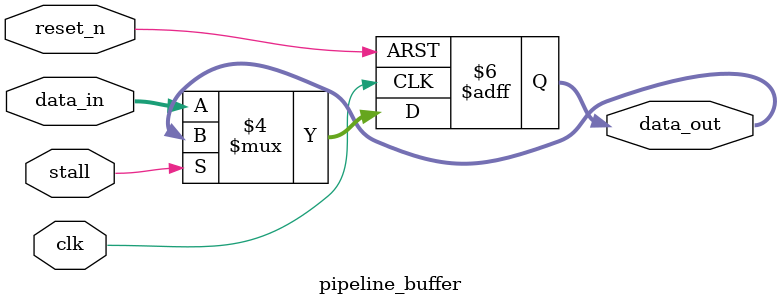
<source format=v>
module pipeline_buffer (
    input clk,
    input reset_n,
	 input stall,
    input [31:0] data_in,
    output reg [31:0] data_out
);

    always @(posedge clk or negedge reset_n) begin
        if (!reset_n)
            data_out <= 32'd0;
		  else if(stall) begin
			data_out <= data_out;
		end
        else begin
            data_out <= data_in;
        end
    end
endmodule
</source>
